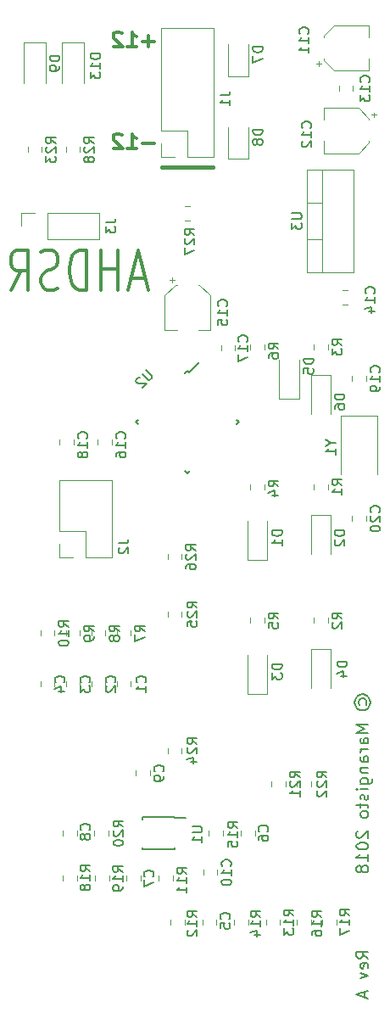
<source format=gbr>
G04 #@! TF.GenerationSoftware,KiCad,Pcbnew,(5.0.0)*
G04 #@! TF.CreationDate,2018-08-19T12:52:33+08:00*
G04 #@! TF.ProjectId,Envelope,456E76656C6F70652E6B696361645F70,rev?*
G04 #@! TF.SameCoordinates,Original*
G04 #@! TF.FileFunction,Legend,Bot*
G04 #@! TF.FilePolarity,Positive*
%FSLAX46Y46*%
G04 Gerber Fmt 4.6, Leading zero omitted, Abs format (unit mm)*
G04 Created by KiCad (PCBNEW (5.0.0)) date 08/19/18 12:52:33*
%MOMM*%
%LPD*%
G01*
G04 APERTURE LIST*
%ADD10C,0.200000*%
%ADD11C,0.300000*%
%ADD12C,0.400000*%
%ADD13C,0.120000*%
%ADD14C,0.150000*%
G04 APERTURE END LIST*
D10*
X144408571Y-116602857D02*
X144351428Y-116488571D01*
X144351428Y-116260000D01*
X144408571Y-116145714D01*
X144522857Y-116031428D01*
X144637142Y-115974285D01*
X144865714Y-115974285D01*
X144980000Y-116031428D01*
X145094285Y-116145714D01*
X145151428Y-116260000D01*
X145151428Y-116488571D01*
X145094285Y-116602857D01*
X143951428Y-116374285D02*
X144008571Y-116088571D01*
X144180000Y-115802857D01*
X144465714Y-115631428D01*
X144751428Y-115574285D01*
X145037142Y-115631428D01*
X145322857Y-115802857D01*
X145494285Y-116088571D01*
X145551428Y-116374285D01*
X145494285Y-116660000D01*
X145322857Y-116945714D01*
X145037142Y-117117142D01*
X144751428Y-117174285D01*
X144465714Y-117117142D01*
X144180000Y-116945714D01*
X144008571Y-116660000D01*
X143951428Y-116374285D01*
X145322857Y-118602857D02*
X144122857Y-118602857D01*
X144980000Y-119002857D01*
X144122857Y-119402857D01*
X145322857Y-119402857D01*
X145322857Y-120488571D02*
X144694285Y-120488571D01*
X144580000Y-120431428D01*
X144522857Y-120317142D01*
X144522857Y-120088571D01*
X144580000Y-119974285D01*
X145265714Y-120488571D02*
X145322857Y-120374285D01*
X145322857Y-120088571D01*
X145265714Y-119974285D01*
X145151428Y-119917142D01*
X145037142Y-119917142D01*
X144922857Y-119974285D01*
X144865714Y-120088571D01*
X144865714Y-120374285D01*
X144808571Y-120488571D01*
X145322857Y-121060000D02*
X144522857Y-121060000D01*
X144751428Y-121060000D02*
X144637142Y-121117142D01*
X144580000Y-121174285D01*
X144522857Y-121288571D01*
X144522857Y-121402857D01*
X145322857Y-122317142D02*
X144694285Y-122317142D01*
X144580000Y-122260000D01*
X144522857Y-122145714D01*
X144522857Y-121917142D01*
X144580000Y-121802857D01*
X145265714Y-122317142D02*
X145322857Y-122202857D01*
X145322857Y-121917142D01*
X145265714Y-121802857D01*
X145151428Y-121745714D01*
X145037142Y-121745714D01*
X144922857Y-121802857D01*
X144865714Y-121917142D01*
X144865714Y-122202857D01*
X144808571Y-122317142D01*
X144522857Y-122888571D02*
X145322857Y-122888571D01*
X144637142Y-122888571D02*
X144580000Y-122945714D01*
X144522857Y-123060000D01*
X144522857Y-123231428D01*
X144580000Y-123345714D01*
X144694285Y-123402857D01*
X145322857Y-123402857D01*
X144522857Y-124488571D02*
X145494285Y-124488571D01*
X145608571Y-124431428D01*
X145665714Y-124374285D01*
X145722857Y-124260000D01*
X145722857Y-124088571D01*
X145665714Y-123974285D01*
X145265714Y-124488571D02*
X145322857Y-124374285D01*
X145322857Y-124145714D01*
X145265714Y-124031428D01*
X145208571Y-123974285D01*
X145094285Y-123917142D01*
X144751428Y-123917142D01*
X144637142Y-123974285D01*
X144580000Y-124031428D01*
X144522857Y-124145714D01*
X144522857Y-124374285D01*
X144580000Y-124488571D01*
X145322857Y-125060000D02*
X144522857Y-125060000D01*
X144122857Y-125060000D02*
X144180000Y-125002857D01*
X144237142Y-125060000D01*
X144180000Y-125117142D01*
X144122857Y-125060000D01*
X144237142Y-125060000D01*
X145265714Y-125574285D02*
X145322857Y-125688571D01*
X145322857Y-125917142D01*
X145265714Y-126031428D01*
X145151428Y-126088571D01*
X145094285Y-126088571D01*
X144980000Y-126031428D01*
X144922857Y-125917142D01*
X144922857Y-125745714D01*
X144865714Y-125631428D01*
X144751428Y-125574285D01*
X144694285Y-125574285D01*
X144580000Y-125631428D01*
X144522857Y-125745714D01*
X144522857Y-125917142D01*
X144580000Y-126031428D01*
X144522857Y-126431428D02*
X144522857Y-126888571D01*
X144122857Y-126602857D02*
X145151428Y-126602857D01*
X145265714Y-126660000D01*
X145322857Y-126774285D01*
X145322857Y-126888571D01*
X145322857Y-127460000D02*
X145265714Y-127345714D01*
X145208571Y-127288571D01*
X145094285Y-127231428D01*
X144751428Y-127231428D01*
X144637142Y-127288571D01*
X144580000Y-127345714D01*
X144522857Y-127460000D01*
X144522857Y-127631428D01*
X144580000Y-127745714D01*
X144637142Y-127802857D01*
X144751428Y-127860000D01*
X145094285Y-127860000D01*
X145208571Y-127802857D01*
X145265714Y-127745714D01*
X145322857Y-127631428D01*
X145322857Y-127460000D01*
X144237142Y-129231428D02*
X144180000Y-129288571D01*
X144122857Y-129402857D01*
X144122857Y-129688571D01*
X144180000Y-129802857D01*
X144237142Y-129860000D01*
X144351428Y-129917142D01*
X144465714Y-129917142D01*
X144637142Y-129860000D01*
X145322857Y-129174285D01*
X145322857Y-129917142D01*
X144122857Y-130660000D02*
X144122857Y-130774285D01*
X144180000Y-130888571D01*
X144237142Y-130945714D01*
X144351428Y-131002857D01*
X144580000Y-131060000D01*
X144865714Y-131060000D01*
X145094285Y-131002857D01*
X145208571Y-130945714D01*
X145265714Y-130888571D01*
X145322857Y-130774285D01*
X145322857Y-130660000D01*
X145265714Y-130545714D01*
X145208571Y-130488571D01*
X145094285Y-130431428D01*
X144865714Y-130374285D01*
X144580000Y-130374285D01*
X144351428Y-130431428D01*
X144237142Y-130488571D01*
X144180000Y-130545714D01*
X144122857Y-130660000D01*
X145322857Y-132202857D02*
X145322857Y-131517142D01*
X145322857Y-131860000D02*
X144122857Y-131860000D01*
X144294285Y-131745714D01*
X144408571Y-131631428D01*
X144465714Y-131517142D01*
X144637142Y-132888571D02*
X144580000Y-132774285D01*
X144522857Y-132717142D01*
X144408571Y-132660000D01*
X144351428Y-132660000D01*
X144237142Y-132717142D01*
X144180000Y-132774285D01*
X144122857Y-132888571D01*
X144122857Y-133117142D01*
X144180000Y-133231428D01*
X144237142Y-133288571D01*
X144351428Y-133345714D01*
X144408571Y-133345714D01*
X144522857Y-133288571D01*
X144580000Y-133231428D01*
X144637142Y-133117142D01*
X144637142Y-132888571D01*
X144694285Y-132774285D01*
X144751428Y-132717142D01*
X144865714Y-132660000D01*
X145094285Y-132660000D01*
X145208571Y-132717142D01*
X145265714Y-132774285D01*
X145322857Y-132888571D01*
X145322857Y-133117142D01*
X145265714Y-133231428D01*
X145208571Y-133288571D01*
X145094285Y-133345714D01*
X144865714Y-133345714D01*
X144751428Y-133288571D01*
X144694285Y-133231428D01*
X144637142Y-133117142D01*
X145322857Y-141938571D02*
X144751428Y-141538571D01*
X145322857Y-141252857D02*
X144122857Y-141252857D01*
X144122857Y-141710000D01*
X144180000Y-141824285D01*
X144237142Y-141881428D01*
X144351428Y-141938571D01*
X144522857Y-141938571D01*
X144637142Y-141881428D01*
X144694285Y-141824285D01*
X144751428Y-141710000D01*
X144751428Y-141252857D01*
X145265714Y-142910000D02*
X145322857Y-142795714D01*
X145322857Y-142567142D01*
X145265714Y-142452857D01*
X145151428Y-142395714D01*
X144694285Y-142395714D01*
X144580000Y-142452857D01*
X144522857Y-142567142D01*
X144522857Y-142795714D01*
X144580000Y-142910000D01*
X144694285Y-142967142D01*
X144808571Y-142967142D01*
X144922857Y-142395714D01*
X144522857Y-143367142D02*
X145322857Y-143652857D01*
X144522857Y-143938571D01*
X144980000Y-145252857D02*
X144980000Y-145824285D01*
X145322857Y-145138571D02*
X144122857Y-145538571D01*
X145322857Y-145938571D01*
D11*
X123046285Y-74072666D02*
X121617714Y-74072666D01*
X123332000Y-75215523D02*
X122332000Y-71215523D01*
X121332000Y-75215523D01*
X120332000Y-75215523D02*
X120332000Y-71215523D01*
X120332000Y-73120285D02*
X118617714Y-73120285D01*
X118617714Y-75215523D02*
X118617714Y-71215523D01*
X117189142Y-75215523D02*
X117189142Y-71215523D01*
X116474857Y-71215523D01*
X116046285Y-71406000D01*
X115760571Y-71786952D01*
X115617714Y-72167904D01*
X115474857Y-72929809D01*
X115474857Y-73501238D01*
X115617714Y-74263142D01*
X115760571Y-74644095D01*
X116046285Y-75025047D01*
X116474857Y-75215523D01*
X117189142Y-75215523D01*
X114332000Y-75025047D02*
X113903428Y-75215523D01*
X113189142Y-75215523D01*
X112903428Y-75025047D01*
X112760571Y-74834571D01*
X112617714Y-74453619D01*
X112617714Y-74072666D01*
X112760571Y-73691714D01*
X112903428Y-73501238D01*
X113189142Y-73310761D01*
X113760571Y-73120285D01*
X114046285Y-72929809D01*
X114189142Y-72739333D01*
X114332000Y-72358380D01*
X114332000Y-71977428D01*
X114189142Y-71596476D01*
X114046285Y-71406000D01*
X113760571Y-71215523D01*
X113046285Y-71215523D01*
X112617714Y-71406000D01*
X109617714Y-75215523D02*
X110617714Y-73310761D01*
X111332000Y-75215523D02*
X111332000Y-71215523D01*
X110189142Y-71215523D01*
X109903428Y-71406000D01*
X109760571Y-71596476D01*
X109617714Y-71977428D01*
X109617714Y-72548857D01*
X109760571Y-72929809D01*
X109903428Y-73120285D01*
X110189142Y-73310761D01*
X111332000Y-73310761D01*
D12*
X129794000Y-62992000D02*
X124714000Y-62992000D01*
D11*
X123920000Y-60559142D02*
X122777142Y-60559142D01*
X121277142Y-61130571D02*
X122134285Y-61130571D01*
X121705714Y-61130571D02*
X121705714Y-59630571D01*
X121848571Y-59844857D01*
X121991428Y-59987714D01*
X122134285Y-60059142D01*
X120705714Y-59773428D02*
X120634285Y-59702000D01*
X120491428Y-59630571D01*
X120134285Y-59630571D01*
X119991428Y-59702000D01*
X119920000Y-59773428D01*
X119848571Y-59916285D01*
X119848571Y-60059142D01*
X119920000Y-60273428D01*
X120777142Y-61130571D01*
X119848571Y-61130571D01*
X123920000Y-50399142D02*
X122777142Y-50399142D01*
X123348571Y-50970571D02*
X123348571Y-49827714D01*
X121277142Y-50970571D02*
X122134285Y-50970571D01*
X121705714Y-50970571D02*
X121705714Y-49470571D01*
X121848571Y-49684857D01*
X121991428Y-49827714D01*
X122134285Y-49899142D01*
X120705714Y-49613428D02*
X120634285Y-49542000D01*
X120491428Y-49470571D01*
X120134285Y-49470571D01*
X119991428Y-49542000D01*
X119920000Y-49613428D01*
X119848571Y-49756285D01*
X119848571Y-49899142D01*
X119920000Y-50113428D01*
X120777142Y-50970571D01*
X119848571Y-50970571D01*
D13*
G04 #@! TO.C,J3*
X118424000Y-67504000D02*
X118424000Y-70164000D01*
X113284000Y-67504000D02*
X118424000Y-67504000D01*
X113284000Y-70164000D02*
X118424000Y-70164000D01*
X113284000Y-67504000D02*
X113284000Y-70164000D01*
X112014000Y-67504000D02*
X110684000Y-67504000D01*
X110684000Y-67504000D02*
X110684000Y-68834000D01*
G04 #@! TO.C,Y1*
X146199000Y-87732000D02*
X146199000Y-93632000D01*
X142599000Y-87732000D02*
X146199000Y-87732000D01*
X142599000Y-93632000D02*
X142599000Y-87732000D01*
G04 #@! TO.C,C19*
X143689000Y-83815422D02*
X143689000Y-84332578D01*
X145109000Y-83815422D02*
X145109000Y-84332578D01*
G04 #@! TO.C,C18*
X115899000Y-90165422D02*
X115899000Y-90682578D01*
X114479000Y-90165422D02*
X114479000Y-90682578D01*
G04 #@! TO.C,C17*
X132028000Y-81284578D02*
X132028000Y-80767422D01*
X130608000Y-81284578D02*
X130608000Y-80767422D01*
G04 #@! TO.C,C16*
X119709000Y-90165422D02*
X119709000Y-90682578D01*
X118289000Y-90165422D02*
X118289000Y-90682578D01*
G04 #@! TO.C,C20*
X145109000Y-98302578D02*
X145109000Y-97785422D01*
X143689000Y-98302578D02*
X143689000Y-97785422D01*
G04 #@! TO.C,J2*
X114494000Y-94174000D02*
X119694000Y-94174000D01*
X114494000Y-99314000D02*
X114494000Y-94174000D01*
X119694000Y-101914000D02*
X119694000Y-94174000D01*
X114494000Y-99314000D02*
X117094000Y-99314000D01*
X117094000Y-99314000D02*
X117094000Y-101914000D01*
X117094000Y-101914000D02*
X119694000Y-101914000D01*
X114494000Y-100584000D02*
X114494000Y-101914000D01*
X114494000Y-101914000D02*
X115824000Y-101914000D01*
G04 #@! TO.C,D13*
X114739000Y-54559000D02*
X114739000Y-50474000D01*
X114739000Y-50474000D02*
X116909000Y-50474000D01*
X116909000Y-50474000D02*
X116909000Y-54559000D01*
G04 #@! TO.C,R27*
X126995422Y-68274000D02*
X127512578Y-68274000D01*
X126995422Y-66854000D02*
X127512578Y-66854000D01*
G04 #@! TO.C,R28*
X115114000Y-61472578D02*
X115114000Y-60955422D01*
X116534000Y-61472578D02*
X116534000Y-60955422D01*
G04 #@! TO.C,R26*
X126694000Y-102112578D02*
X126694000Y-101595422D01*
X125274000Y-102112578D02*
X125274000Y-101595422D01*
G04 #@! TO.C,R25*
X126694000Y-107310422D02*
X126694000Y-107827578D01*
X125274000Y-107310422D02*
X125274000Y-107827578D01*
G04 #@! TO.C,R24*
X125274000Y-120947922D02*
X125274000Y-121465078D01*
X126694000Y-120947922D02*
X126694000Y-121465078D01*
G04 #@! TO.C,R23*
X112724000Y-61472578D02*
X112724000Y-60955422D01*
X111304000Y-61472578D02*
X111304000Y-60955422D01*
G04 #@! TO.C,R22*
X139624750Y-124246200D02*
X139624750Y-124763356D01*
X138204750Y-124246200D02*
X138204750Y-124763356D01*
G04 #@! TO.C,R21*
X137084750Y-124763356D02*
X137084750Y-124246200D01*
X135664750Y-124763356D02*
X135664750Y-124246200D01*
G04 #@! TO.C,R20*
X119384000Y-129167422D02*
X119384000Y-129684578D01*
X117964000Y-129167422D02*
X117964000Y-129684578D01*
G04 #@! TO.C,R19*
X119423000Y-134188578D02*
X119423000Y-133671422D01*
X118003000Y-134188578D02*
X118003000Y-133671422D01*
G04 #@! TO.C,R18*
X116248000Y-133671422D02*
X116248000Y-134188578D01*
X114828000Y-133671422D02*
X114828000Y-134188578D01*
G04 #@! TO.C,R17*
X140704000Y-138025422D02*
X140704000Y-138542578D01*
X142124000Y-138025422D02*
X142124000Y-138542578D01*
G04 #@! TO.C,R16*
X138164000Y-138542578D02*
X138164000Y-138025422D01*
X139584000Y-138542578D02*
X139584000Y-138025422D01*
G04 #@! TO.C,R15*
X129394000Y-129167422D02*
X129394000Y-129684578D01*
X130814000Y-129167422D02*
X130814000Y-129684578D01*
G04 #@! TO.C,R14*
X131914000Y-138557578D02*
X131914000Y-138040422D01*
X133334000Y-138557578D02*
X133334000Y-138040422D01*
G04 #@! TO.C,R13*
X135089000Y-138040422D02*
X135089000Y-138557578D01*
X136509000Y-138040422D02*
X136509000Y-138557578D01*
G04 #@! TO.C,R11*
X125773000Y-133671422D02*
X125773000Y-134188578D01*
X124353000Y-133671422D02*
X124353000Y-134188578D01*
G04 #@! TO.C,R10*
X113994000Y-109732578D02*
X113994000Y-109215422D01*
X112574000Y-109732578D02*
X112574000Y-109215422D01*
G04 #@! TO.C,R9*
X115114000Y-109732578D02*
X115114000Y-109215422D01*
X116534000Y-109732578D02*
X116534000Y-109215422D01*
G04 #@! TO.C,R8*
X119074000Y-109732578D02*
X119074000Y-109215422D01*
X117654000Y-109732578D02*
X117654000Y-109215422D01*
G04 #@! TO.C,R7*
X120194000Y-109732578D02*
X120194000Y-109215422D01*
X121614000Y-109732578D02*
X121614000Y-109215422D01*
G04 #@! TO.C,R6*
X133529000Y-80640422D02*
X133529000Y-81157578D01*
X134949000Y-80640422D02*
X134949000Y-81157578D01*
G04 #@! TO.C,R5*
X134949000Y-107945422D02*
X134949000Y-108462578D01*
X133529000Y-107945422D02*
X133529000Y-108462578D01*
G04 #@! TO.C,R4*
X133529000Y-94610422D02*
X133529000Y-95127578D01*
X134949000Y-94610422D02*
X134949000Y-95127578D01*
G04 #@! TO.C,R3*
X139879000Y-81157578D02*
X139879000Y-80640422D01*
X141299000Y-81157578D02*
X141299000Y-80640422D01*
G04 #@! TO.C,R2*
X141299000Y-108462578D02*
X141299000Y-107945422D01*
X139879000Y-108462578D02*
X139879000Y-107945422D01*
G04 #@! TO.C,R1*
X139879000Y-95127578D02*
X139879000Y-94610422D01*
X141299000Y-95127578D02*
X141299000Y-94610422D01*
G04 #@! TO.C,R12*
X125564000Y-138040422D02*
X125564000Y-138557578D01*
X126984000Y-138040422D02*
X126984000Y-138557578D01*
G04 #@! TO.C,C15*
X129514000Y-79222000D02*
X128314000Y-79222000D01*
X124994000Y-79222000D02*
X126194000Y-79222000D01*
X124994000Y-75766437D02*
X124994000Y-79222000D01*
X129514000Y-75766437D02*
X129514000Y-79222000D01*
X128449563Y-74702000D02*
X128314000Y-74702000D01*
X126058437Y-74702000D02*
X126194000Y-74702000D01*
X126058437Y-74702000D02*
X124994000Y-75766437D01*
X128449563Y-74702000D02*
X129514000Y-75766437D01*
X125694000Y-73962000D02*
X125694000Y-74462000D01*
X125444000Y-74212000D02*
X125944000Y-74212000D01*
G04 #@! TO.C,C12*
X145879000Y-57499000D02*
X145879000Y-57999000D01*
X146129000Y-57749000D02*
X145629000Y-57749000D01*
X145389000Y-60504563D02*
X144324563Y-61569000D01*
X145389000Y-58113437D02*
X144324563Y-57049000D01*
X145389000Y-58113437D02*
X145389000Y-58249000D01*
X145389000Y-60504563D02*
X145389000Y-60369000D01*
X144324563Y-61569000D02*
X140869000Y-61569000D01*
X144324563Y-57049000D02*
X140869000Y-57049000D01*
X140869000Y-57049000D02*
X140869000Y-58249000D01*
X140869000Y-61569000D02*
X140869000Y-60369000D01*
G04 #@! TO.C,C11*
X145389000Y-48794000D02*
X145389000Y-49994000D01*
X145389000Y-53314000D02*
X145389000Y-52114000D01*
X141933437Y-53314000D02*
X145389000Y-53314000D01*
X141933437Y-48794000D02*
X145389000Y-48794000D01*
X140869000Y-49858437D02*
X140869000Y-49994000D01*
X140869000Y-52249563D02*
X140869000Y-52114000D01*
X140869000Y-52249563D02*
X141933437Y-53314000D01*
X140869000Y-49858437D02*
X141933437Y-48794000D01*
X140129000Y-52614000D02*
X140629000Y-52614000D01*
X140379000Y-52864000D02*
X140379000Y-52364000D01*
G04 #@! TO.C,C7*
X122598000Y-133671422D02*
X122598000Y-134188578D01*
X121178000Y-133671422D02*
X121178000Y-134188578D01*
G04 #@! TO.C,C14*
X143260578Y-75236000D02*
X142743422Y-75236000D01*
X143260578Y-76656000D02*
X142743422Y-76656000D01*
G04 #@! TO.C,C13*
X143790500Y-54859422D02*
X143790500Y-55376578D01*
X142370500Y-54859422D02*
X142370500Y-55376578D01*
G04 #@! TO.C,C10*
X130250000Y-133608578D02*
X130250000Y-133091422D01*
X128830000Y-133608578D02*
X128830000Y-133091422D01*
G04 #@! TO.C,C9*
X122099000Y-123702578D02*
X122099000Y-123185422D01*
X123519000Y-123702578D02*
X123519000Y-123185422D01*
G04 #@! TO.C,C8*
X116209000Y-129167422D02*
X116209000Y-129684578D01*
X114789000Y-129167422D02*
X114789000Y-129684578D01*
G04 #@! TO.C,C5*
X130159000Y-138040422D02*
X130159000Y-138557578D01*
X128739000Y-138040422D02*
X128739000Y-138557578D01*
G04 #@! TO.C,C4*
X112574000Y-114295422D02*
X112574000Y-114812578D01*
X113994000Y-114295422D02*
X113994000Y-114812578D01*
G04 #@! TO.C,C3*
X116534000Y-114295422D02*
X116534000Y-114812578D01*
X115114000Y-114295422D02*
X115114000Y-114812578D01*
G04 #@! TO.C,C2*
X117654000Y-114295422D02*
X117654000Y-114812578D01*
X119074000Y-114295422D02*
X119074000Y-114812578D01*
G04 #@! TO.C,C1*
X121614000Y-114295422D02*
X121614000Y-114812578D01*
X120194000Y-114295422D02*
X120194000Y-114812578D01*
G04 #@! TO.C,C6*
X132569000Y-129167422D02*
X132569000Y-129684578D01*
X133989000Y-129167422D02*
X133989000Y-129684578D01*
G04 #@! TO.C,J1*
X124654000Y-49089000D02*
X129854000Y-49089000D01*
X124654000Y-59309000D02*
X124654000Y-49089000D01*
X129854000Y-61909000D02*
X129854000Y-49089000D01*
X124654000Y-59309000D02*
X127254000Y-59309000D01*
X127254000Y-59309000D02*
X127254000Y-61909000D01*
X127254000Y-61909000D02*
X129854000Y-61909000D01*
X124654000Y-60579000D02*
X124654000Y-61909000D01*
X124654000Y-61909000D02*
X125984000Y-61909000D01*
G04 #@! TO.C,D8*
X131334000Y-62144000D02*
X133334000Y-62144000D01*
X131334000Y-62144000D02*
X131334000Y-58944000D01*
X133334000Y-58944000D02*
X133334000Y-62144000D01*
G04 #@! TO.C,D7*
X133334000Y-50689000D02*
X133334000Y-53889000D01*
X131334000Y-53889000D02*
X131334000Y-50689000D01*
X131334000Y-53889000D02*
X133334000Y-53889000D01*
G04 #@! TO.C,D6*
X139589000Y-83729000D02*
X139589000Y-87629000D01*
X141589000Y-83729000D02*
X141589000Y-87629000D01*
X139589000Y-83729000D02*
X141589000Y-83729000D01*
G04 #@! TO.C,D5*
X138414000Y-86070000D02*
X136414000Y-86070000D01*
X136414000Y-86070000D02*
X136414000Y-82170000D01*
X138414000Y-86070000D02*
X138414000Y-82170000D01*
G04 #@! TO.C,D4*
X139589000Y-111034000D02*
X139589000Y-114934000D01*
X141589000Y-111034000D02*
X141589000Y-114934000D01*
X139589000Y-111034000D02*
X141589000Y-111034000D01*
G04 #@! TO.C,D3*
X135239000Y-115534000D02*
X133239000Y-115534000D01*
X133239000Y-115534000D02*
X133239000Y-111634000D01*
X135239000Y-115534000D02*
X135239000Y-111634000D01*
G04 #@! TO.C,D1*
X135239000Y-102199000D02*
X135239000Y-98299000D01*
X133239000Y-102199000D02*
X133239000Y-98299000D01*
X135239000Y-102199000D02*
X133239000Y-102199000D01*
G04 #@! TO.C,D2*
X139589000Y-97699000D02*
X141589000Y-97699000D01*
X141589000Y-97699000D02*
X141589000Y-101599000D01*
X139589000Y-97699000D02*
X139589000Y-101599000D01*
G04 #@! TO.C,D9*
X113099000Y-50474000D02*
X113099000Y-54559000D01*
X110929000Y-50474000D02*
X113099000Y-50474000D01*
X110929000Y-54559000D02*
X110929000Y-50474000D01*
G04 #@! TO.C,U3*
X139224000Y-63206000D02*
X139224000Y-73446000D01*
X143865000Y-63206000D02*
X143865000Y-73446000D01*
X139224000Y-63206000D02*
X143865000Y-63206000D01*
X139224000Y-73446000D02*
X143865000Y-73446000D01*
X140734000Y-63206000D02*
X140734000Y-73446000D01*
X139224000Y-66476000D02*
X140734000Y-66476000D01*
X139224000Y-70177000D02*
X140734000Y-70177000D01*
D14*
G04 #@! TO.C,U2*
X127254000Y-83265476D02*
X127413099Y-83424575D01*
X122127476Y-88392000D02*
X122357286Y-88621810D01*
X127254000Y-93518524D02*
X127024190Y-93288714D01*
X132380524Y-88392000D02*
X132150714Y-88162190D01*
X127254000Y-83265476D02*
X127024190Y-83495286D01*
X132380524Y-88392000D02*
X132150714Y-88621810D01*
X127254000Y-93518524D02*
X127483810Y-93288714D01*
X122127476Y-88392000D02*
X122357286Y-88162190D01*
X127413099Y-83424575D02*
X128420726Y-82416948D01*
G04 #@! TO.C,U1*
X126014000Y-127801000D02*
X126014000Y-127926000D01*
X122764000Y-127801000D02*
X122764000Y-128026000D01*
X122764000Y-131051000D02*
X122764000Y-130826000D01*
X126014000Y-131051000D02*
X126014000Y-130826000D01*
X126014000Y-127801000D02*
X122764000Y-127801000D01*
X126014000Y-131051000D02*
X122764000Y-131051000D01*
X126014000Y-127926000D02*
X127089000Y-127926000D01*
G04 #@! TO.C,J3*
X119086380Y-68500666D02*
X119800666Y-68500666D01*
X119943523Y-68453047D01*
X120038761Y-68357809D01*
X120086380Y-68214952D01*
X120086380Y-68119714D01*
X119086380Y-68881619D02*
X119086380Y-69500666D01*
X119467333Y-69167333D01*
X119467333Y-69310190D01*
X119514952Y-69405428D01*
X119562571Y-69453047D01*
X119657809Y-69500666D01*
X119895904Y-69500666D01*
X119991142Y-69453047D01*
X120038761Y-69405428D01*
X120086380Y-69310190D01*
X120086380Y-69024476D01*
X120038761Y-68929238D01*
X119991142Y-68881619D01*
G04 #@! TO.C,Y1*
X141575190Y-90455809D02*
X142051380Y-90455809D01*
X141051380Y-90122476D02*
X141575190Y-90455809D01*
X141051380Y-90789142D01*
X142051380Y-91646285D02*
X142051380Y-91074857D01*
X142051380Y-91360571D02*
X141051380Y-91360571D01*
X141194238Y-91265333D01*
X141289476Y-91170095D01*
X141337095Y-91074857D01*
G04 #@! TO.C,C19*
X146407142Y-83431142D02*
X146454761Y-83383523D01*
X146502380Y-83240666D01*
X146502380Y-83145428D01*
X146454761Y-83002571D01*
X146359523Y-82907333D01*
X146264285Y-82859714D01*
X146073809Y-82812095D01*
X145930952Y-82812095D01*
X145740476Y-82859714D01*
X145645238Y-82907333D01*
X145550000Y-83002571D01*
X145502380Y-83145428D01*
X145502380Y-83240666D01*
X145550000Y-83383523D01*
X145597619Y-83431142D01*
X146502380Y-84383523D02*
X146502380Y-83812095D01*
X146502380Y-84097809D02*
X145502380Y-84097809D01*
X145645238Y-84002571D01*
X145740476Y-83907333D01*
X145788095Y-83812095D01*
X146502380Y-84859714D02*
X146502380Y-85050190D01*
X146454761Y-85145428D01*
X146407142Y-85193047D01*
X146264285Y-85288285D01*
X146073809Y-85335904D01*
X145692857Y-85335904D01*
X145597619Y-85288285D01*
X145550000Y-85240666D01*
X145502380Y-85145428D01*
X145502380Y-84954952D01*
X145550000Y-84859714D01*
X145597619Y-84812095D01*
X145692857Y-84764476D01*
X145930952Y-84764476D01*
X146026190Y-84812095D01*
X146073809Y-84859714D01*
X146121428Y-84954952D01*
X146121428Y-85145428D01*
X146073809Y-85240666D01*
X146026190Y-85288285D01*
X145930952Y-85335904D01*
G04 #@! TO.C,C18*
X117197142Y-90035142D02*
X117244761Y-89987523D01*
X117292380Y-89844666D01*
X117292380Y-89749428D01*
X117244761Y-89606571D01*
X117149523Y-89511333D01*
X117054285Y-89463714D01*
X116863809Y-89416095D01*
X116720952Y-89416095D01*
X116530476Y-89463714D01*
X116435238Y-89511333D01*
X116340000Y-89606571D01*
X116292380Y-89749428D01*
X116292380Y-89844666D01*
X116340000Y-89987523D01*
X116387619Y-90035142D01*
X117292380Y-90987523D02*
X117292380Y-90416095D01*
X117292380Y-90701809D02*
X116292380Y-90701809D01*
X116435238Y-90606571D01*
X116530476Y-90511333D01*
X116578095Y-90416095D01*
X116720952Y-91558952D02*
X116673333Y-91463714D01*
X116625714Y-91416095D01*
X116530476Y-91368476D01*
X116482857Y-91368476D01*
X116387619Y-91416095D01*
X116340000Y-91463714D01*
X116292380Y-91558952D01*
X116292380Y-91749428D01*
X116340000Y-91844666D01*
X116387619Y-91892285D01*
X116482857Y-91939904D01*
X116530476Y-91939904D01*
X116625714Y-91892285D01*
X116673333Y-91844666D01*
X116720952Y-91749428D01*
X116720952Y-91558952D01*
X116768571Y-91463714D01*
X116816190Y-91416095D01*
X116911428Y-91368476D01*
X117101904Y-91368476D01*
X117197142Y-91416095D01*
X117244761Y-91463714D01*
X117292380Y-91558952D01*
X117292380Y-91749428D01*
X117244761Y-91844666D01*
X117197142Y-91892285D01*
X117101904Y-91939904D01*
X116911428Y-91939904D01*
X116816190Y-91892285D01*
X116768571Y-91844666D01*
X116720952Y-91749428D01*
G04 #@! TO.C,C17*
X133199142Y-80383142D02*
X133246761Y-80335523D01*
X133294380Y-80192666D01*
X133294380Y-80097428D01*
X133246761Y-79954571D01*
X133151523Y-79859333D01*
X133056285Y-79811714D01*
X132865809Y-79764095D01*
X132722952Y-79764095D01*
X132532476Y-79811714D01*
X132437238Y-79859333D01*
X132342000Y-79954571D01*
X132294380Y-80097428D01*
X132294380Y-80192666D01*
X132342000Y-80335523D01*
X132389619Y-80383142D01*
X133294380Y-81335523D02*
X133294380Y-80764095D01*
X133294380Y-81049809D02*
X132294380Y-81049809D01*
X132437238Y-80954571D01*
X132532476Y-80859333D01*
X132580095Y-80764095D01*
X132294380Y-81668857D02*
X132294380Y-82335523D01*
X133294380Y-81906952D01*
G04 #@! TO.C,C16*
X121007142Y-90035142D02*
X121054761Y-89987523D01*
X121102380Y-89844666D01*
X121102380Y-89749428D01*
X121054761Y-89606571D01*
X120959523Y-89511333D01*
X120864285Y-89463714D01*
X120673809Y-89416095D01*
X120530952Y-89416095D01*
X120340476Y-89463714D01*
X120245238Y-89511333D01*
X120150000Y-89606571D01*
X120102380Y-89749428D01*
X120102380Y-89844666D01*
X120150000Y-89987523D01*
X120197619Y-90035142D01*
X121102380Y-90987523D02*
X121102380Y-90416095D01*
X121102380Y-90701809D02*
X120102380Y-90701809D01*
X120245238Y-90606571D01*
X120340476Y-90511333D01*
X120388095Y-90416095D01*
X120102380Y-91844666D02*
X120102380Y-91654190D01*
X120150000Y-91558952D01*
X120197619Y-91511333D01*
X120340476Y-91416095D01*
X120530952Y-91368476D01*
X120911904Y-91368476D01*
X121007142Y-91416095D01*
X121054761Y-91463714D01*
X121102380Y-91558952D01*
X121102380Y-91749428D01*
X121054761Y-91844666D01*
X121007142Y-91892285D01*
X120911904Y-91939904D01*
X120673809Y-91939904D01*
X120578571Y-91892285D01*
X120530952Y-91844666D01*
X120483333Y-91749428D01*
X120483333Y-91558952D01*
X120530952Y-91463714D01*
X120578571Y-91416095D01*
X120673809Y-91368476D01*
G04 #@! TO.C,C20*
X146406142Y-97401142D02*
X146453761Y-97353523D01*
X146501380Y-97210666D01*
X146501380Y-97115428D01*
X146453761Y-96972571D01*
X146358523Y-96877333D01*
X146263285Y-96829714D01*
X146072809Y-96782095D01*
X145929952Y-96782095D01*
X145739476Y-96829714D01*
X145644238Y-96877333D01*
X145549000Y-96972571D01*
X145501380Y-97115428D01*
X145501380Y-97210666D01*
X145549000Y-97353523D01*
X145596619Y-97401142D01*
X145596619Y-97782095D02*
X145549000Y-97829714D01*
X145501380Y-97924952D01*
X145501380Y-98163047D01*
X145549000Y-98258285D01*
X145596619Y-98305904D01*
X145691857Y-98353523D01*
X145787095Y-98353523D01*
X145929952Y-98305904D01*
X146501380Y-97734476D01*
X146501380Y-98353523D01*
X145501380Y-98972571D02*
X145501380Y-99067809D01*
X145549000Y-99163047D01*
X145596619Y-99210666D01*
X145691857Y-99258285D01*
X145882333Y-99305904D01*
X146120428Y-99305904D01*
X146310904Y-99258285D01*
X146406142Y-99210666D01*
X146453761Y-99163047D01*
X146501380Y-99067809D01*
X146501380Y-98972571D01*
X146453761Y-98877333D01*
X146406142Y-98829714D01*
X146310904Y-98782095D01*
X146120428Y-98734476D01*
X145882333Y-98734476D01*
X145691857Y-98782095D01*
X145596619Y-98829714D01*
X145549000Y-98877333D01*
X145501380Y-98972571D01*
G04 #@! TO.C,J2*
X120356380Y-100504666D02*
X121070666Y-100504666D01*
X121213523Y-100457047D01*
X121308761Y-100361809D01*
X121356380Y-100218952D01*
X121356380Y-100123714D01*
X120451619Y-100933238D02*
X120404000Y-100980857D01*
X120356380Y-101076095D01*
X120356380Y-101314190D01*
X120404000Y-101409428D01*
X120451619Y-101457047D01*
X120546857Y-101504666D01*
X120642095Y-101504666D01*
X120784952Y-101457047D01*
X121356380Y-100885619D01*
X121356380Y-101504666D01*
G04 #@! TO.C,D13*
X118562380Y-51617714D02*
X117562380Y-51617714D01*
X117562380Y-51855809D01*
X117610000Y-51998666D01*
X117705238Y-52093904D01*
X117800476Y-52141523D01*
X117990952Y-52189142D01*
X118133809Y-52189142D01*
X118324285Y-52141523D01*
X118419523Y-52093904D01*
X118514761Y-51998666D01*
X118562380Y-51855809D01*
X118562380Y-51617714D01*
X118562380Y-53141523D02*
X118562380Y-52570095D01*
X118562380Y-52855809D02*
X117562380Y-52855809D01*
X117705238Y-52760571D01*
X117800476Y-52665333D01*
X117848095Y-52570095D01*
X117562380Y-53474857D02*
X117562380Y-54093904D01*
X117943333Y-53760571D01*
X117943333Y-53903428D01*
X117990952Y-53998666D01*
X118038571Y-54046285D01*
X118133809Y-54093904D01*
X118371904Y-54093904D01*
X118467142Y-54046285D01*
X118514761Y-53998666D01*
X118562380Y-53903428D01*
X118562380Y-53617714D01*
X118514761Y-53522476D01*
X118467142Y-53474857D01*
G04 #@! TO.C,R27*
X127960380Y-69715142D02*
X127484190Y-69381809D01*
X127960380Y-69143714D02*
X126960380Y-69143714D01*
X126960380Y-69524666D01*
X127008000Y-69619904D01*
X127055619Y-69667523D01*
X127150857Y-69715142D01*
X127293714Y-69715142D01*
X127388952Y-69667523D01*
X127436571Y-69619904D01*
X127484190Y-69524666D01*
X127484190Y-69143714D01*
X127055619Y-70096095D02*
X127008000Y-70143714D01*
X126960380Y-70238952D01*
X126960380Y-70477047D01*
X127008000Y-70572285D01*
X127055619Y-70619904D01*
X127150857Y-70667523D01*
X127246095Y-70667523D01*
X127388952Y-70619904D01*
X127960380Y-70048476D01*
X127960380Y-70667523D01*
X126960380Y-71000857D02*
X126960380Y-71667523D01*
X127960380Y-71238952D01*
G04 #@! TO.C,R28*
X117926380Y-60571142D02*
X117450190Y-60237809D01*
X117926380Y-59999714D02*
X116926380Y-59999714D01*
X116926380Y-60380666D01*
X116974000Y-60475904D01*
X117021619Y-60523523D01*
X117116857Y-60571142D01*
X117259714Y-60571142D01*
X117354952Y-60523523D01*
X117402571Y-60475904D01*
X117450190Y-60380666D01*
X117450190Y-59999714D01*
X117021619Y-60952095D02*
X116974000Y-60999714D01*
X116926380Y-61094952D01*
X116926380Y-61333047D01*
X116974000Y-61428285D01*
X117021619Y-61475904D01*
X117116857Y-61523523D01*
X117212095Y-61523523D01*
X117354952Y-61475904D01*
X117926380Y-60904476D01*
X117926380Y-61523523D01*
X117354952Y-62094952D02*
X117307333Y-61999714D01*
X117259714Y-61952095D01*
X117164476Y-61904476D01*
X117116857Y-61904476D01*
X117021619Y-61952095D01*
X116974000Y-61999714D01*
X116926380Y-62094952D01*
X116926380Y-62285428D01*
X116974000Y-62380666D01*
X117021619Y-62428285D01*
X117116857Y-62475904D01*
X117164476Y-62475904D01*
X117259714Y-62428285D01*
X117307333Y-62380666D01*
X117354952Y-62285428D01*
X117354952Y-62094952D01*
X117402571Y-61999714D01*
X117450190Y-61952095D01*
X117545428Y-61904476D01*
X117735904Y-61904476D01*
X117831142Y-61952095D01*
X117878761Y-61999714D01*
X117926380Y-62094952D01*
X117926380Y-62285428D01*
X117878761Y-62380666D01*
X117831142Y-62428285D01*
X117735904Y-62475904D01*
X117545428Y-62475904D01*
X117450190Y-62428285D01*
X117402571Y-62380666D01*
X117354952Y-62285428D01*
G04 #@! TO.C,R26*
X128086380Y-101211142D02*
X127610190Y-100877809D01*
X128086380Y-100639714D02*
X127086380Y-100639714D01*
X127086380Y-101020666D01*
X127134000Y-101115904D01*
X127181619Y-101163523D01*
X127276857Y-101211142D01*
X127419714Y-101211142D01*
X127514952Y-101163523D01*
X127562571Y-101115904D01*
X127610190Y-101020666D01*
X127610190Y-100639714D01*
X127181619Y-101592095D02*
X127134000Y-101639714D01*
X127086380Y-101734952D01*
X127086380Y-101973047D01*
X127134000Y-102068285D01*
X127181619Y-102115904D01*
X127276857Y-102163523D01*
X127372095Y-102163523D01*
X127514952Y-102115904D01*
X128086380Y-101544476D01*
X128086380Y-102163523D01*
X127086380Y-103020666D02*
X127086380Y-102830190D01*
X127134000Y-102734952D01*
X127181619Y-102687333D01*
X127324476Y-102592095D01*
X127514952Y-102544476D01*
X127895904Y-102544476D01*
X127991142Y-102592095D01*
X128038761Y-102639714D01*
X128086380Y-102734952D01*
X128086380Y-102925428D01*
X128038761Y-103020666D01*
X127991142Y-103068285D01*
X127895904Y-103115904D01*
X127657809Y-103115904D01*
X127562571Y-103068285D01*
X127514952Y-103020666D01*
X127467333Y-102925428D01*
X127467333Y-102734952D01*
X127514952Y-102639714D01*
X127562571Y-102592095D01*
X127657809Y-102544476D01*
G04 #@! TO.C,R25*
X128214380Y-106926142D02*
X127738190Y-106592809D01*
X128214380Y-106354714D02*
X127214380Y-106354714D01*
X127214380Y-106735666D01*
X127262000Y-106830904D01*
X127309619Y-106878523D01*
X127404857Y-106926142D01*
X127547714Y-106926142D01*
X127642952Y-106878523D01*
X127690571Y-106830904D01*
X127738190Y-106735666D01*
X127738190Y-106354714D01*
X127309619Y-107307095D02*
X127262000Y-107354714D01*
X127214380Y-107449952D01*
X127214380Y-107688047D01*
X127262000Y-107783285D01*
X127309619Y-107830904D01*
X127404857Y-107878523D01*
X127500095Y-107878523D01*
X127642952Y-107830904D01*
X128214380Y-107259476D01*
X128214380Y-107878523D01*
X127214380Y-108783285D02*
X127214380Y-108307095D01*
X127690571Y-108259476D01*
X127642952Y-108307095D01*
X127595333Y-108402333D01*
X127595333Y-108640428D01*
X127642952Y-108735666D01*
X127690571Y-108783285D01*
X127785809Y-108830904D01*
X128023904Y-108830904D01*
X128119142Y-108783285D01*
X128166761Y-108735666D01*
X128214380Y-108640428D01*
X128214380Y-108402333D01*
X128166761Y-108307095D01*
X128119142Y-108259476D01*
G04 #@! TO.C,R24*
X128214380Y-120515142D02*
X127738190Y-120181809D01*
X128214380Y-119943714D02*
X127214380Y-119943714D01*
X127214380Y-120324666D01*
X127262000Y-120419904D01*
X127309619Y-120467523D01*
X127404857Y-120515142D01*
X127547714Y-120515142D01*
X127642952Y-120467523D01*
X127690571Y-120419904D01*
X127738190Y-120324666D01*
X127738190Y-119943714D01*
X127309619Y-120896095D02*
X127262000Y-120943714D01*
X127214380Y-121038952D01*
X127214380Y-121277047D01*
X127262000Y-121372285D01*
X127309619Y-121419904D01*
X127404857Y-121467523D01*
X127500095Y-121467523D01*
X127642952Y-121419904D01*
X128214380Y-120848476D01*
X128214380Y-121467523D01*
X127547714Y-122324666D02*
X128214380Y-122324666D01*
X127166761Y-122086571D02*
X127881047Y-121848476D01*
X127881047Y-122467523D01*
G04 #@! TO.C,R23*
X114116380Y-60571142D02*
X113640190Y-60237809D01*
X114116380Y-59999714D02*
X113116380Y-59999714D01*
X113116380Y-60380666D01*
X113164000Y-60475904D01*
X113211619Y-60523523D01*
X113306857Y-60571142D01*
X113449714Y-60571142D01*
X113544952Y-60523523D01*
X113592571Y-60475904D01*
X113640190Y-60380666D01*
X113640190Y-59999714D01*
X113211619Y-60952095D02*
X113164000Y-60999714D01*
X113116380Y-61094952D01*
X113116380Y-61333047D01*
X113164000Y-61428285D01*
X113211619Y-61475904D01*
X113306857Y-61523523D01*
X113402095Y-61523523D01*
X113544952Y-61475904D01*
X114116380Y-60904476D01*
X114116380Y-61523523D01*
X113116380Y-61856857D02*
X113116380Y-62475904D01*
X113497333Y-62142571D01*
X113497333Y-62285428D01*
X113544952Y-62380666D01*
X113592571Y-62428285D01*
X113687809Y-62475904D01*
X113925904Y-62475904D01*
X114021142Y-62428285D01*
X114068761Y-62380666D01*
X114116380Y-62285428D01*
X114116380Y-61999714D01*
X114068761Y-61904476D01*
X114021142Y-61856857D01*
G04 #@! TO.C,R22*
X141168380Y-123861920D02*
X140692190Y-123528587D01*
X141168380Y-123290492D02*
X140168380Y-123290492D01*
X140168380Y-123671444D01*
X140216000Y-123766682D01*
X140263619Y-123814301D01*
X140358857Y-123861920D01*
X140501714Y-123861920D01*
X140596952Y-123814301D01*
X140644571Y-123766682D01*
X140692190Y-123671444D01*
X140692190Y-123290492D01*
X140263619Y-124242873D02*
X140216000Y-124290492D01*
X140168380Y-124385730D01*
X140168380Y-124623825D01*
X140216000Y-124719063D01*
X140263619Y-124766682D01*
X140358857Y-124814301D01*
X140454095Y-124814301D01*
X140596952Y-124766682D01*
X141168380Y-124195254D01*
X141168380Y-124814301D01*
X140263619Y-125195254D02*
X140216000Y-125242873D01*
X140168380Y-125338111D01*
X140168380Y-125576206D01*
X140216000Y-125671444D01*
X140263619Y-125719063D01*
X140358857Y-125766682D01*
X140454095Y-125766682D01*
X140596952Y-125719063D01*
X141168380Y-125147635D01*
X141168380Y-125766682D01*
G04 #@! TO.C,R21*
X138477130Y-123861920D02*
X138000940Y-123528587D01*
X138477130Y-123290492D02*
X137477130Y-123290492D01*
X137477130Y-123671444D01*
X137524750Y-123766682D01*
X137572369Y-123814301D01*
X137667607Y-123861920D01*
X137810464Y-123861920D01*
X137905702Y-123814301D01*
X137953321Y-123766682D01*
X138000940Y-123671444D01*
X138000940Y-123290492D01*
X137572369Y-124242873D02*
X137524750Y-124290492D01*
X137477130Y-124385730D01*
X137477130Y-124623825D01*
X137524750Y-124719063D01*
X137572369Y-124766682D01*
X137667607Y-124814301D01*
X137762845Y-124814301D01*
X137905702Y-124766682D01*
X138477130Y-124195254D01*
X138477130Y-124814301D01*
X138477130Y-125766682D02*
X138477130Y-125195254D01*
X138477130Y-125480968D02*
X137477130Y-125480968D01*
X137619988Y-125385730D01*
X137715226Y-125290492D01*
X137762845Y-125195254D01*
G04 #@! TO.C,R20*
X120848380Y-128783142D02*
X120372190Y-128449809D01*
X120848380Y-128211714D02*
X119848380Y-128211714D01*
X119848380Y-128592666D01*
X119896000Y-128687904D01*
X119943619Y-128735523D01*
X120038857Y-128783142D01*
X120181714Y-128783142D01*
X120276952Y-128735523D01*
X120324571Y-128687904D01*
X120372190Y-128592666D01*
X120372190Y-128211714D01*
X119943619Y-129164095D02*
X119896000Y-129211714D01*
X119848380Y-129306952D01*
X119848380Y-129545047D01*
X119896000Y-129640285D01*
X119943619Y-129687904D01*
X120038857Y-129735523D01*
X120134095Y-129735523D01*
X120276952Y-129687904D01*
X120848380Y-129116476D01*
X120848380Y-129735523D01*
X119848380Y-130354571D02*
X119848380Y-130449809D01*
X119896000Y-130545047D01*
X119943619Y-130592666D01*
X120038857Y-130640285D01*
X120229333Y-130687904D01*
X120467428Y-130687904D01*
X120657904Y-130640285D01*
X120753142Y-130592666D01*
X120800761Y-130545047D01*
X120848380Y-130449809D01*
X120848380Y-130354571D01*
X120800761Y-130259333D01*
X120753142Y-130211714D01*
X120657904Y-130164095D01*
X120467428Y-130116476D01*
X120229333Y-130116476D01*
X120038857Y-130164095D01*
X119943619Y-130211714D01*
X119896000Y-130259333D01*
X119848380Y-130354571D01*
G04 #@! TO.C,R19*
X120815380Y-133287142D02*
X120339190Y-132953809D01*
X120815380Y-132715714D02*
X119815380Y-132715714D01*
X119815380Y-133096666D01*
X119863000Y-133191904D01*
X119910619Y-133239523D01*
X120005857Y-133287142D01*
X120148714Y-133287142D01*
X120243952Y-133239523D01*
X120291571Y-133191904D01*
X120339190Y-133096666D01*
X120339190Y-132715714D01*
X120815380Y-134239523D02*
X120815380Y-133668095D01*
X120815380Y-133953809D02*
X119815380Y-133953809D01*
X119958238Y-133858571D01*
X120053476Y-133763333D01*
X120101095Y-133668095D01*
X120815380Y-134715714D02*
X120815380Y-134906190D01*
X120767761Y-135001428D01*
X120720142Y-135049047D01*
X120577285Y-135144285D01*
X120386809Y-135191904D01*
X120005857Y-135191904D01*
X119910619Y-135144285D01*
X119863000Y-135096666D01*
X119815380Y-135001428D01*
X119815380Y-134810952D01*
X119863000Y-134715714D01*
X119910619Y-134668095D01*
X120005857Y-134620476D01*
X120243952Y-134620476D01*
X120339190Y-134668095D01*
X120386809Y-134715714D01*
X120434428Y-134810952D01*
X120434428Y-135001428D01*
X120386809Y-135096666D01*
X120339190Y-135144285D01*
X120243952Y-135191904D01*
G04 #@! TO.C,R18*
X117546380Y-133215142D02*
X117070190Y-132881809D01*
X117546380Y-132643714D02*
X116546380Y-132643714D01*
X116546380Y-133024666D01*
X116594000Y-133119904D01*
X116641619Y-133167523D01*
X116736857Y-133215142D01*
X116879714Y-133215142D01*
X116974952Y-133167523D01*
X117022571Y-133119904D01*
X117070190Y-133024666D01*
X117070190Y-132643714D01*
X117546380Y-134167523D02*
X117546380Y-133596095D01*
X117546380Y-133881809D02*
X116546380Y-133881809D01*
X116689238Y-133786571D01*
X116784476Y-133691333D01*
X116832095Y-133596095D01*
X116974952Y-134738952D02*
X116927333Y-134643714D01*
X116879714Y-134596095D01*
X116784476Y-134548476D01*
X116736857Y-134548476D01*
X116641619Y-134596095D01*
X116594000Y-134643714D01*
X116546380Y-134738952D01*
X116546380Y-134929428D01*
X116594000Y-135024666D01*
X116641619Y-135072285D01*
X116736857Y-135119904D01*
X116784476Y-135119904D01*
X116879714Y-135072285D01*
X116927333Y-135024666D01*
X116974952Y-134929428D01*
X116974952Y-134738952D01*
X117022571Y-134643714D01*
X117070190Y-134596095D01*
X117165428Y-134548476D01*
X117355904Y-134548476D01*
X117451142Y-134596095D01*
X117498761Y-134643714D01*
X117546380Y-134738952D01*
X117546380Y-134929428D01*
X117498761Y-135024666D01*
X117451142Y-135072285D01*
X117355904Y-135119904D01*
X117165428Y-135119904D01*
X117070190Y-135072285D01*
X117022571Y-135024666D01*
X116974952Y-134929428D01*
G04 #@! TO.C,R17*
X143454380Y-137641142D02*
X142978190Y-137307809D01*
X143454380Y-137069714D02*
X142454380Y-137069714D01*
X142454380Y-137450666D01*
X142502000Y-137545904D01*
X142549619Y-137593523D01*
X142644857Y-137641142D01*
X142787714Y-137641142D01*
X142882952Y-137593523D01*
X142930571Y-137545904D01*
X142978190Y-137450666D01*
X142978190Y-137069714D01*
X143454380Y-138593523D02*
X143454380Y-138022095D01*
X143454380Y-138307809D02*
X142454380Y-138307809D01*
X142597238Y-138212571D01*
X142692476Y-138117333D01*
X142740095Y-138022095D01*
X142454380Y-138926857D02*
X142454380Y-139593523D01*
X143454380Y-139164952D01*
G04 #@! TO.C,R16*
X140660380Y-137787142D02*
X140184190Y-137453809D01*
X140660380Y-137215714D02*
X139660380Y-137215714D01*
X139660380Y-137596666D01*
X139708000Y-137691904D01*
X139755619Y-137739523D01*
X139850857Y-137787142D01*
X139993714Y-137787142D01*
X140088952Y-137739523D01*
X140136571Y-137691904D01*
X140184190Y-137596666D01*
X140184190Y-137215714D01*
X140660380Y-138739523D02*
X140660380Y-138168095D01*
X140660380Y-138453809D02*
X139660380Y-138453809D01*
X139803238Y-138358571D01*
X139898476Y-138263333D01*
X139946095Y-138168095D01*
X139660380Y-139596666D02*
X139660380Y-139406190D01*
X139708000Y-139310952D01*
X139755619Y-139263333D01*
X139898476Y-139168095D01*
X140088952Y-139120476D01*
X140469904Y-139120476D01*
X140565142Y-139168095D01*
X140612761Y-139215714D01*
X140660380Y-139310952D01*
X140660380Y-139501428D01*
X140612761Y-139596666D01*
X140565142Y-139644285D01*
X140469904Y-139691904D01*
X140231809Y-139691904D01*
X140136571Y-139644285D01*
X140088952Y-139596666D01*
X140041333Y-139501428D01*
X140041333Y-139310952D01*
X140088952Y-139215714D01*
X140136571Y-139168095D01*
X140231809Y-139120476D01*
G04 #@! TO.C,R15*
X132278380Y-128897142D02*
X131802190Y-128563809D01*
X132278380Y-128325714D02*
X131278380Y-128325714D01*
X131278380Y-128706666D01*
X131326000Y-128801904D01*
X131373619Y-128849523D01*
X131468857Y-128897142D01*
X131611714Y-128897142D01*
X131706952Y-128849523D01*
X131754571Y-128801904D01*
X131802190Y-128706666D01*
X131802190Y-128325714D01*
X132278380Y-129849523D02*
X132278380Y-129278095D01*
X132278380Y-129563809D02*
X131278380Y-129563809D01*
X131421238Y-129468571D01*
X131516476Y-129373333D01*
X131564095Y-129278095D01*
X131278380Y-130754285D02*
X131278380Y-130278095D01*
X131754571Y-130230476D01*
X131706952Y-130278095D01*
X131659333Y-130373333D01*
X131659333Y-130611428D01*
X131706952Y-130706666D01*
X131754571Y-130754285D01*
X131849809Y-130801904D01*
X132087904Y-130801904D01*
X132183142Y-130754285D01*
X132230761Y-130706666D01*
X132278380Y-130611428D01*
X132278380Y-130373333D01*
X132230761Y-130278095D01*
X132183142Y-130230476D01*
G04 #@! TO.C,R14*
X134564380Y-137787142D02*
X134088190Y-137453809D01*
X134564380Y-137215714D02*
X133564380Y-137215714D01*
X133564380Y-137596666D01*
X133612000Y-137691904D01*
X133659619Y-137739523D01*
X133754857Y-137787142D01*
X133897714Y-137787142D01*
X133992952Y-137739523D01*
X134040571Y-137691904D01*
X134088190Y-137596666D01*
X134088190Y-137215714D01*
X134564380Y-138739523D02*
X134564380Y-138168095D01*
X134564380Y-138453809D02*
X133564380Y-138453809D01*
X133707238Y-138358571D01*
X133802476Y-138263333D01*
X133850095Y-138168095D01*
X133897714Y-139596666D02*
X134564380Y-139596666D01*
X133516761Y-139358571D02*
X134231047Y-139120476D01*
X134231047Y-139739523D01*
G04 #@! TO.C,R13*
X137866380Y-137656142D02*
X137390190Y-137322809D01*
X137866380Y-137084714D02*
X136866380Y-137084714D01*
X136866380Y-137465666D01*
X136914000Y-137560904D01*
X136961619Y-137608523D01*
X137056857Y-137656142D01*
X137199714Y-137656142D01*
X137294952Y-137608523D01*
X137342571Y-137560904D01*
X137390190Y-137465666D01*
X137390190Y-137084714D01*
X137866380Y-138608523D02*
X137866380Y-138037095D01*
X137866380Y-138322809D02*
X136866380Y-138322809D01*
X137009238Y-138227571D01*
X137104476Y-138132333D01*
X137152095Y-138037095D01*
X136866380Y-138941857D02*
X136866380Y-139560904D01*
X137247333Y-139227571D01*
X137247333Y-139370428D01*
X137294952Y-139465666D01*
X137342571Y-139513285D01*
X137437809Y-139560904D01*
X137675904Y-139560904D01*
X137771142Y-139513285D01*
X137818761Y-139465666D01*
X137866380Y-139370428D01*
X137866380Y-139084714D01*
X137818761Y-138989476D01*
X137771142Y-138941857D01*
G04 #@! TO.C,R11*
X127198380Y-133469142D02*
X126722190Y-133135809D01*
X127198380Y-132897714D02*
X126198380Y-132897714D01*
X126198380Y-133278666D01*
X126246000Y-133373904D01*
X126293619Y-133421523D01*
X126388857Y-133469142D01*
X126531714Y-133469142D01*
X126626952Y-133421523D01*
X126674571Y-133373904D01*
X126722190Y-133278666D01*
X126722190Y-132897714D01*
X127198380Y-134421523D02*
X127198380Y-133850095D01*
X127198380Y-134135809D02*
X126198380Y-134135809D01*
X126341238Y-134040571D01*
X126436476Y-133945333D01*
X126484095Y-133850095D01*
X127198380Y-135373904D02*
X127198380Y-134802476D01*
X127198380Y-135088190D02*
X126198380Y-135088190D01*
X126341238Y-134992952D01*
X126436476Y-134897714D01*
X126484095Y-134802476D01*
G04 #@! TO.C,R10*
X115386380Y-108831142D02*
X114910190Y-108497809D01*
X115386380Y-108259714D02*
X114386380Y-108259714D01*
X114386380Y-108640666D01*
X114434000Y-108735904D01*
X114481619Y-108783523D01*
X114576857Y-108831142D01*
X114719714Y-108831142D01*
X114814952Y-108783523D01*
X114862571Y-108735904D01*
X114910190Y-108640666D01*
X114910190Y-108259714D01*
X115386380Y-109783523D02*
X115386380Y-109212095D01*
X115386380Y-109497809D02*
X114386380Y-109497809D01*
X114529238Y-109402571D01*
X114624476Y-109307333D01*
X114672095Y-109212095D01*
X114386380Y-110402571D02*
X114386380Y-110497809D01*
X114434000Y-110593047D01*
X114481619Y-110640666D01*
X114576857Y-110688285D01*
X114767333Y-110735904D01*
X115005428Y-110735904D01*
X115195904Y-110688285D01*
X115291142Y-110640666D01*
X115338761Y-110593047D01*
X115386380Y-110497809D01*
X115386380Y-110402571D01*
X115338761Y-110307333D01*
X115291142Y-110259714D01*
X115195904Y-110212095D01*
X115005428Y-110164476D01*
X114767333Y-110164476D01*
X114576857Y-110212095D01*
X114481619Y-110259714D01*
X114434000Y-110307333D01*
X114386380Y-110402571D01*
G04 #@! TO.C,R9*
X117926380Y-109307333D02*
X117450190Y-108974000D01*
X117926380Y-108735904D02*
X116926380Y-108735904D01*
X116926380Y-109116857D01*
X116974000Y-109212095D01*
X117021619Y-109259714D01*
X117116857Y-109307333D01*
X117259714Y-109307333D01*
X117354952Y-109259714D01*
X117402571Y-109212095D01*
X117450190Y-109116857D01*
X117450190Y-108735904D01*
X117926380Y-109783523D02*
X117926380Y-109974000D01*
X117878761Y-110069238D01*
X117831142Y-110116857D01*
X117688285Y-110212095D01*
X117497809Y-110259714D01*
X117116857Y-110259714D01*
X117021619Y-110212095D01*
X116974000Y-110164476D01*
X116926380Y-110069238D01*
X116926380Y-109878761D01*
X116974000Y-109783523D01*
X117021619Y-109735904D01*
X117116857Y-109688285D01*
X117354952Y-109688285D01*
X117450190Y-109735904D01*
X117497809Y-109783523D01*
X117545428Y-109878761D01*
X117545428Y-110069238D01*
X117497809Y-110164476D01*
X117450190Y-110212095D01*
X117354952Y-110259714D01*
G04 #@! TO.C,R8*
X120466380Y-109307333D02*
X119990190Y-108974000D01*
X120466380Y-108735904D02*
X119466380Y-108735904D01*
X119466380Y-109116857D01*
X119514000Y-109212095D01*
X119561619Y-109259714D01*
X119656857Y-109307333D01*
X119799714Y-109307333D01*
X119894952Y-109259714D01*
X119942571Y-109212095D01*
X119990190Y-109116857D01*
X119990190Y-108735904D01*
X119894952Y-109878761D02*
X119847333Y-109783523D01*
X119799714Y-109735904D01*
X119704476Y-109688285D01*
X119656857Y-109688285D01*
X119561619Y-109735904D01*
X119514000Y-109783523D01*
X119466380Y-109878761D01*
X119466380Y-110069238D01*
X119514000Y-110164476D01*
X119561619Y-110212095D01*
X119656857Y-110259714D01*
X119704476Y-110259714D01*
X119799714Y-110212095D01*
X119847333Y-110164476D01*
X119894952Y-110069238D01*
X119894952Y-109878761D01*
X119942571Y-109783523D01*
X119990190Y-109735904D01*
X120085428Y-109688285D01*
X120275904Y-109688285D01*
X120371142Y-109735904D01*
X120418761Y-109783523D01*
X120466380Y-109878761D01*
X120466380Y-110069238D01*
X120418761Y-110164476D01*
X120371142Y-110212095D01*
X120275904Y-110259714D01*
X120085428Y-110259714D01*
X119990190Y-110212095D01*
X119942571Y-110164476D01*
X119894952Y-110069238D01*
G04 #@! TO.C,R7*
X123006380Y-109307333D02*
X122530190Y-108974000D01*
X123006380Y-108735904D02*
X122006380Y-108735904D01*
X122006380Y-109116857D01*
X122054000Y-109212095D01*
X122101619Y-109259714D01*
X122196857Y-109307333D01*
X122339714Y-109307333D01*
X122434952Y-109259714D01*
X122482571Y-109212095D01*
X122530190Y-109116857D01*
X122530190Y-108735904D01*
X122006380Y-109640666D02*
X122006380Y-110307333D01*
X123006380Y-109878761D01*
G04 #@! TO.C,R6*
X136342380Y-81113333D02*
X135866190Y-80780000D01*
X136342380Y-80541904D02*
X135342380Y-80541904D01*
X135342380Y-80922857D01*
X135390000Y-81018095D01*
X135437619Y-81065714D01*
X135532857Y-81113333D01*
X135675714Y-81113333D01*
X135770952Y-81065714D01*
X135818571Y-81018095D01*
X135866190Y-80922857D01*
X135866190Y-80541904D01*
X135342380Y-81970476D02*
X135342380Y-81780000D01*
X135390000Y-81684761D01*
X135437619Y-81637142D01*
X135580476Y-81541904D01*
X135770952Y-81494285D01*
X136151904Y-81494285D01*
X136247142Y-81541904D01*
X136294761Y-81589523D01*
X136342380Y-81684761D01*
X136342380Y-81875238D01*
X136294761Y-81970476D01*
X136247142Y-82018095D01*
X136151904Y-82065714D01*
X135913809Y-82065714D01*
X135818571Y-82018095D01*
X135770952Y-81970476D01*
X135723333Y-81875238D01*
X135723333Y-81684761D01*
X135770952Y-81589523D01*
X135818571Y-81541904D01*
X135913809Y-81494285D01*
G04 #@! TO.C,R5*
X136342380Y-108037333D02*
X135866190Y-107704000D01*
X136342380Y-107465904D02*
X135342380Y-107465904D01*
X135342380Y-107846857D01*
X135390000Y-107942095D01*
X135437619Y-107989714D01*
X135532857Y-108037333D01*
X135675714Y-108037333D01*
X135770952Y-107989714D01*
X135818571Y-107942095D01*
X135866190Y-107846857D01*
X135866190Y-107465904D01*
X135342380Y-108942095D02*
X135342380Y-108465904D01*
X135818571Y-108418285D01*
X135770952Y-108465904D01*
X135723333Y-108561142D01*
X135723333Y-108799238D01*
X135770952Y-108894476D01*
X135818571Y-108942095D01*
X135913809Y-108989714D01*
X136151904Y-108989714D01*
X136247142Y-108942095D01*
X136294761Y-108894476D01*
X136342380Y-108799238D01*
X136342380Y-108561142D01*
X136294761Y-108465904D01*
X136247142Y-108418285D01*
G04 #@! TO.C,R4*
X136342380Y-94829333D02*
X135866190Y-94496000D01*
X136342380Y-94257904D02*
X135342380Y-94257904D01*
X135342380Y-94638857D01*
X135390000Y-94734095D01*
X135437619Y-94781714D01*
X135532857Y-94829333D01*
X135675714Y-94829333D01*
X135770952Y-94781714D01*
X135818571Y-94734095D01*
X135866190Y-94638857D01*
X135866190Y-94257904D01*
X135675714Y-95686476D02*
X136342380Y-95686476D01*
X135294761Y-95448380D02*
X136009047Y-95210285D01*
X136009047Y-95829333D01*
G04 #@! TO.C,R3*
X142691380Y-80732333D02*
X142215190Y-80399000D01*
X142691380Y-80160904D02*
X141691380Y-80160904D01*
X141691380Y-80541857D01*
X141739000Y-80637095D01*
X141786619Y-80684714D01*
X141881857Y-80732333D01*
X142024714Y-80732333D01*
X142119952Y-80684714D01*
X142167571Y-80637095D01*
X142215190Y-80541857D01*
X142215190Y-80160904D01*
X141691380Y-81065666D02*
X141691380Y-81684714D01*
X142072333Y-81351380D01*
X142072333Y-81494238D01*
X142119952Y-81589476D01*
X142167571Y-81637095D01*
X142262809Y-81684714D01*
X142500904Y-81684714D01*
X142596142Y-81637095D01*
X142643761Y-81589476D01*
X142691380Y-81494238D01*
X142691380Y-81208523D01*
X142643761Y-81113285D01*
X142596142Y-81065666D01*
G04 #@! TO.C,R2*
X142691380Y-108037333D02*
X142215190Y-107704000D01*
X142691380Y-107465904D02*
X141691380Y-107465904D01*
X141691380Y-107846857D01*
X141739000Y-107942095D01*
X141786619Y-107989714D01*
X141881857Y-108037333D01*
X142024714Y-108037333D01*
X142119952Y-107989714D01*
X142167571Y-107942095D01*
X142215190Y-107846857D01*
X142215190Y-107465904D01*
X141786619Y-108418285D02*
X141739000Y-108465904D01*
X141691380Y-108561142D01*
X141691380Y-108799238D01*
X141739000Y-108894476D01*
X141786619Y-108942095D01*
X141881857Y-108989714D01*
X141977095Y-108989714D01*
X142119952Y-108942095D01*
X142691380Y-108370666D01*
X142691380Y-108989714D01*
G04 #@! TO.C,R1*
X142691380Y-94702333D02*
X142215190Y-94369000D01*
X142691380Y-94130904D02*
X141691380Y-94130904D01*
X141691380Y-94511857D01*
X141739000Y-94607095D01*
X141786619Y-94654714D01*
X141881857Y-94702333D01*
X142024714Y-94702333D01*
X142119952Y-94654714D01*
X142167571Y-94607095D01*
X142215190Y-94511857D01*
X142215190Y-94130904D01*
X142691380Y-95654714D02*
X142691380Y-95083285D01*
X142691380Y-95369000D02*
X141691380Y-95369000D01*
X141834238Y-95273761D01*
X141929476Y-95178523D01*
X141977095Y-95083285D01*
G04 #@! TO.C,R12*
X128214380Y-137787142D02*
X127738190Y-137453809D01*
X128214380Y-137215714D02*
X127214380Y-137215714D01*
X127214380Y-137596666D01*
X127262000Y-137691904D01*
X127309619Y-137739523D01*
X127404857Y-137787142D01*
X127547714Y-137787142D01*
X127642952Y-137739523D01*
X127690571Y-137691904D01*
X127738190Y-137596666D01*
X127738190Y-137215714D01*
X128214380Y-138739523D02*
X128214380Y-138168095D01*
X128214380Y-138453809D02*
X127214380Y-138453809D01*
X127357238Y-138358571D01*
X127452476Y-138263333D01*
X127500095Y-138168095D01*
X127309619Y-139120476D02*
X127262000Y-139168095D01*
X127214380Y-139263333D01*
X127214380Y-139501428D01*
X127262000Y-139596666D01*
X127309619Y-139644285D01*
X127404857Y-139691904D01*
X127500095Y-139691904D01*
X127642952Y-139644285D01*
X128214380Y-139072857D01*
X128214380Y-139691904D01*
G04 #@! TO.C,C15*
X131167142Y-76827142D02*
X131214761Y-76779523D01*
X131262380Y-76636666D01*
X131262380Y-76541428D01*
X131214761Y-76398571D01*
X131119523Y-76303333D01*
X131024285Y-76255714D01*
X130833809Y-76208095D01*
X130690952Y-76208095D01*
X130500476Y-76255714D01*
X130405238Y-76303333D01*
X130310000Y-76398571D01*
X130262380Y-76541428D01*
X130262380Y-76636666D01*
X130310000Y-76779523D01*
X130357619Y-76827142D01*
X131262380Y-77779523D02*
X131262380Y-77208095D01*
X131262380Y-77493809D02*
X130262380Y-77493809D01*
X130405238Y-77398571D01*
X130500476Y-77303333D01*
X130548095Y-77208095D01*
X130262380Y-78684285D02*
X130262380Y-78208095D01*
X130738571Y-78160476D01*
X130690952Y-78208095D01*
X130643333Y-78303333D01*
X130643333Y-78541428D01*
X130690952Y-78636666D01*
X130738571Y-78684285D01*
X130833809Y-78731904D01*
X131071904Y-78731904D01*
X131167142Y-78684285D01*
X131214761Y-78636666D01*
X131262380Y-78541428D01*
X131262380Y-78303333D01*
X131214761Y-78208095D01*
X131167142Y-78160476D01*
G04 #@! TO.C,C12*
X139549142Y-59047142D02*
X139596761Y-58999523D01*
X139644380Y-58856666D01*
X139644380Y-58761428D01*
X139596761Y-58618571D01*
X139501523Y-58523333D01*
X139406285Y-58475714D01*
X139215809Y-58428095D01*
X139072952Y-58428095D01*
X138882476Y-58475714D01*
X138787238Y-58523333D01*
X138692000Y-58618571D01*
X138644380Y-58761428D01*
X138644380Y-58856666D01*
X138692000Y-58999523D01*
X138739619Y-59047142D01*
X139644380Y-59999523D02*
X139644380Y-59428095D01*
X139644380Y-59713809D02*
X138644380Y-59713809D01*
X138787238Y-59618571D01*
X138882476Y-59523333D01*
X138930095Y-59428095D01*
X138739619Y-60380476D02*
X138692000Y-60428095D01*
X138644380Y-60523333D01*
X138644380Y-60761428D01*
X138692000Y-60856666D01*
X138739619Y-60904285D01*
X138834857Y-60951904D01*
X138930095Y-60951904D01*
X139072952Y-60904285D01*
X139644380Y-60332857D01*
X139644380Y-60951904D01*
G04 #@! TO.C,C11*
X139295142Y-49649142D02*
X139342761Y-49601523D01*
X139390380Y-49458666D01*
X139390380Y-49363428D01*
X139342761Y-49220571D01*
X139247523Y-49125333D01*
X139152285Y-49077714D01*
X138961809Y-49030095D01*
X138818952Y-49030095D01*
X138628476Y-49077714D01*
X138533238Y-49125333D01*
X138438000Y-49220571D01*
X138390380Y-49363428D01*
X138390380Y-49458666D01*
X138438000Y-49601523D01*
X138485619Y-49649142D01*
X139390380Y-50601523D02*
X139390380Y-50030095D01*
X139390380Y-50315809D02*
X138390380Y-50315809D01*
X138533238Y-50220571D01*
X138628476Y-50125333D01*
X138676095Y-50030095D01*
X139390380Y-51553904D02*
X139390380Y-50982476D01*
X139390380Y-51268190D02*
X138390380Y-51268190D01*
X138533238Y-51172952D01*
X138628476Y-51077714D01*
X138676095Y-50982476D01*
G04 #@! TO.C,C7*
X123801142Y-133763333D02*
X123848761Y-133715714D01*
X123896380Y-133572857D01*
X123896380Y-133477619D01*
X123848761Y-133334761D01*
X123753523Y-133239523D01*
X123658285Y-133191904D01*
X123467809Y-133144285D01*
X123324952Y-133144285D01*
X123134476Y-133191904D01*
X123039238Y-133239523D01*
X122944000Y-133334761D01*
X122896380Y-133477619D01*
X122896380Y-133572857D01*
X122944000Y-133715714D01*
X122991619Y-133763333D01*
X122896380Y-134096666D02*
X122896380Y-134763333D01*
X123896380Y-134334761D01*
G04 #@! TO.C,C14*
X145899142Y-75557142D02*
X145946761Y-75509523D01*
X145994380Y-75366666D01*
X145994380Y-75271428D01*
X145946761Y-75128571D01*
X145851523Y-75033333D01*
X145756285Y-74985714D01*
X145565809Y-74938095D01*
X145422952Y-74938095D01*
X145232476Y-74985714D01*
X145137238Y-75033333D01*
X145042000Y-75128571D01*
X144994380Y-75271428D01*
X144994380Y-75366666D01*
X145042000Y-75509523D01*
X145089619Y-75557142D01*
X145994380Y-76509523D02*
X145994380Y-75938095D01*
X145994380Y-76223809D02*
X144994380Y-76223809D01*
X145137238Y-76128571D01*
X145232476Y-76033333D01*
X145280095Y-75938095D01*
X145327714Y-77366666D02*
X145994380Y-77366666D01*
X144946761Y-77128571D02*
X145661047Y-76890476D01*
X145661047Y-77509523D01*
G04 #@! TO.C,C13*
X145391142Y-54475142D02*
X145438761Y-54427523D01*
X145486380Y-54284666D01*
X145486380Y-54189428D01*
X145438761Y-54046571D01*
X145343523Y-53951333D01*
X145248285Y-53903714D01*
X145057809Y-53856095D01*
X144914952Y-53856095D01*
X144724476Y-53903714D01*
X144629238Y-53951333D01*
X144534000Y-54046571D01*
X144486380Y-54189428D01*
X144486380Y-54284666D01*
X144534000Y-54427523D01*
X144581619Y-54475142D01*
X145486380Y-55427523D02*
X145486380Y-54856095D01*
X145486380Y-55141809D02*
X144486380Y-55141809D01*
X144629238Y-55046571D01*
X144724476Y-54951333D01*
X144772095Y-54856095D01*
X144486380Y-55760857D02*
X144486380Y-56379904D01*
X144867333Y-56046571D01*
X144867333Y-56189428D01*
X144914952Y-56284666D01*
X144962571Y-56332285D01*
X145057809Y-56379904D01*
X145295904Y-56379904D01*
X145391142Y-56332285D01*
X145438761Y-56284666D01*
X145486380Y-56189428D01*
X145486380Y-55903714D01*
X145438761Y-55808476D01*
X145391142Y-55760857D01*
G04 #@! TO.C,C10*
X131547142Y-132707142D02*
X131594761Y-132659523D01*
X131642380Y-132516666D01*
X131642380Y-132421428D01*
X131594761Y-132278571D01*
X131499523Y-132183333D01*
X131404285Y-132135714D01*
X131213809Y-132088095D01*
X131070952Y-132088095D01*
X130880476Y-132135714D01*
X130785238Y-132183333D01*
X130690000Y-132278571D01*
X130642380Y-132421428D01*
X130642380Y-132516666D01*
X130690000Y-132659523D01*
X130737619Y-132707142D01*
X131642380Y-133659523D02*
X131642380Y-133088095D01*
X131642380Y-133373809D02*
X130642380Y-133373809D01*
X130785238Y-133278571D01*
X130880476Y-133183333D01*
X130928095Y-133088095D01*
X130642380Y-134278571D02*
X130642380Y-134373809D01*
X130690000Y-134469047D01*
X130737619Y-134516666D01*
X130832857Y-134564285D01*
X131023333Y-134611904D01*
X131261428Y-134611904D01*
X131451904Y-134564285D01*
X131547142Y-134516666D01*
X131594761Y-134469047D01*
X131642380Y-134373809D01*
X131642380Y-134278571D01*
X131594761Y-134183333D01*
X131547142Y-134135714D01*
X131451904Y-134088095D01*
X131261428Y-134040476D01*
X131023333Y-134040476D01*
X130832857Y-134088095D01*
X130737619Y-134135714D01*
X130690000Y-134183333D01*
X130642380Y-134278571D01*
G04 #@! TO.C,C9*
X124816142Y-123277333D02*
X124863761Y-123229714D01*
X124911380Y-123086857D01*
X124911380Y-122991619D01*
X124863761Y-122848761D01*
X124768523Y-122753523D01*
X124673285Y-122705904D01*
X124482809Y-122658285D01*
X124339952Y-122658285D01*
X124149476Y-122705904D01*
X124054238Y-122753523D01*
X123959000Y-122848761D01*
X123911380Y-122991619D01*
X123911380Y-123086857D01*
X123959000Y-123229714D01*
X124006619Y-123277333D01*
X124911380Y-123753523D02*
X124911380Y-123944000D01*
X124863761Y-124039238D01*
X124816142Y-124086857D01*
X124673285Y-124182095D01*
X124482809Y-124229714D01*
X124101857Y-124229714D01*
X124006619Y-124182095D01*
X123959000Y-124134476D01*
X123911380Y-124039238D01*
X123911380Y-123848761D01*
X123959000Y-123753523D01*
X124006619Y-123705904D01*
X124101857Y-123658285D01*
X124339952Y-123658285D01*
X124435190Y-123705904D01*
X124482809Y-123753523D01*
X124530428Y-123848761D01*
X124530428Y-124039238D01*
X124482809Y-124134476D01*
X124435190Y-124182095D01*
X124339952Y-124229714D01*
G04 #@! TO.C,C8*
X117451142Y-129119333D02*
X117498761Y-129071714D01*
X117546380Y-128928857D01*
X117546380Y-128833619D01*
X117498761Y-128690761D01*
X117403523Y-128595523D01*
X117308285Y-128547904D01*
X117117809Y-128500285D01*
X116974952Y-128500285D01*
X116784476Y-128547904D01*
X116689238Y-128595523D01*
X116594000Y-128690761D01*
X116546380Y-128833619D01*
X116546380Y-128928857D01*
X116594000Y-129071714D01*
X116641619Y-129119333D01*
X116974952Y-129690761D02*
X116927333Y-129595523D01*
X116879714Y-129547904D01*
X116784476Y-129500285D01*
X116736857Y-129500285D01*
X116641619Y-129547904D01*
X116594000Y-129595523D01*
X116546380Y-129690761D01*
X116546380Y-129881238D01*
X116594000Y-129976476D01*
X116641619Y-130024095D01*
X116736857Y-130071714D01*
X116784476Y-130071714D01*
X116879714Y-130024095D01*
X116927333Y-129976476D01*
X116974952Y-129881238D01*
X116974952Y-129690761D01*
X117022571Y-129595523D01*
X117070190Y-129547904D01*
X117165428Y-129500285D01*
X117355904Y-129500285D01*
X117451142Y-129547904D01*
X117498761Y-129595523D01*
X117546380Y-129690761D01*
X117546380Y-129881238D01*
X117498761Y-129976476D01*
X117451142Y-130024095D01*
X117355904Y-130071714D01*
X117165428Y-130071714D01*
X117070190Y-130024095D01*
X117022571Y-129976476D01*
X116974952Y-129881238D01*
G04 #@! TO.C,C5*
X131421142Y-138009333D02*
X131468761Y-137961714D01*
X131516380Y-137818857D01*
X131516380Y-137723619D01*
X131468761Y-137580761D01*
X131373523Y-137485523D01*
X131278285Y-137437904D01*
X131087809Y-137390285D01*
X130944952Y-137390285D01*
X130754476Y-137437904D01*
X130659238Y-137485523D01*
X130564000Y-137580761D01*
X130516380Y-137723619D01*
X130516380Y-137818857D01*
X130564000Y-137961714D01*
X130611619Y-138009333D01*
X130516380Y-138914095D02*
X130516380Y-138437904D01*
X130992571Y-138390285D01*
X130944952Y-138437904D01*
X130897333Y-138533142D01*
X130897333Y-138771238D01*
X130944952Y-138866476D01*
X130992571Y-138914095D01*
X131087809Y-138961714D01*
X131325904Y-138961714D01*
X131421142Y-138914095D01*
X131468761Y-138866476D01*
X131516380Y-138771238D01*
X131516380Y-138533142D01*
X131468761Y-138437904D01*
X131421142Y-138390285D01*
G04 #@! TO.C,C4*
X114911142Y-114387333D02*
X114958761Y-114339714D01*
X115006380Y-114196857D01*
X115006380Y-114101619D01*
X114958761Y-113958761D01*
X114863523Y-113863523D01*
X114768285Y-113815904D01*
X114577809Y-113768285D01*
X114434952Y-113768285D01*
X114244476Y-113815904D01*
X114149238Y-113863523D01*
X114054000Y-113958761D01*
X114006380Y-114101619D01*
X114006380Y-114196857D01*
X114054000Y-114339714D01*
X114101619Y-114387333D01*
X114339714Y-115244476D02*
X115006380Y-115244476D01*
X113958761Y-115006380D02*
X114673047Y-114768285D01*
X114673047Y-115387333D01*
G04 #@! TO.C,C3*
X117451142Y-114387333D02*
X117498761Y-114339714D01*
X117546380Y-114196857D01*
X117546380Y-114101619D01*
X117498761Y-113958761D01*
X117403523Y-113863523D01*
X117308285Y-113815904D01*
X117117809Y-113768285D01*
X116974952Y-113768285D01*
X116784476Y-113815904D01*
X116689238Y-113863523D01*
X116594000Y-113958761D01*
X116546380Y-114101619D01*
X116546380Y-114196857D01*
X116594000Y-114339714D01*
X116641619Y-114387333D01*
X116546380Y-114720666D02*
X116546380Y-115339714D01*
X116927333Y-115006380D01*
X116927333Y-115149238D01*
X116974952Y-115244476D01*
X117022571Y-115292095D01*
X117117809Y-115339714D01*
X117355904Y-115339714D01*
X117451142Y-115292095D01*
X117498761Y-115244476D01*
X117546380Y-115149238D01*
X117546380Y-114863523D01*
X117498761Y-114768285D01*
X117451142Y-114720666D01*
G04 #@! TO.C,C2*
X119991142Y-114387333D02*
X120038761Y-114339714D01*
X120086380Y-114196857D01*
X120086380Y-114101619D01*
X120038761Y-113958761D01*
X119943523Y-113863523D01*
X119848285Y-113815904D01*
X119657809Y-113768285D01*
X119514952Y-113768285D01*
X119324476Y-113815904D01*
X119229238Y-113863523D01*
X119134000Y-113958761D01*
X119086380Y-114101619D01*
X119086380Y-114196857D01*
X119134000Y-114339714D01*
X119181619Y-114387333D01*
X119181619Y-114768285D02*
X119134000Y-114815904D01*
X119086380Y-114911142D01*
X119086380Y-115149238D01*
X119134000Y-115244476D01*
X119181619Y-115292095D01*
X119276857Y-115339714D01*
X119372095Y-115339714D01*
X119514952Y-115292095D01*
X120086380Y-114720666D01*
X120086380Y-115339714D01*
G04 #@! TO.C,C1*
X123039142Y-114387333D02*
X123086761Y-114339714D01*
X123134380Y-114196857D01*
X123134380Y-114101619D01*
X123086761Y-113958761D01*
X122991523Y-113863523D01*
X122896285Y-113815904D01*
X122705809Y-113768285D01*
X122562952Y-113768285D01*
X122372476Y-113815904D01*
X122277238Y-113863523D01*
X122182000Y-113958761D01*
X122134380Y-114101619D01*
X122134380Y-114196857D01*
X122182000Y-114339714D01*
X122229619Y-114387333D01*
X123134380Y-115339714D02*
X123134380Y-114768285D01*
X123134380Y-115054000D02*
X122134380Y-115054000D01*
X122277238Y-114958761D01*
X122372476Y-114863523D01*
X122420095Y-114768285D01*
G04 #@! TO.C,C6*
X135231142Y-129259333D02*
X135278761Y-129211714D01*
X135326380Y-129068857D01*
X135326380Y-128973619D01*
X135278761Y-128830761D01*
X135183523Y-128735523D01*
X135088285Y-128687904D01*
X134897809Y-128640285D01*
X134754952Y-128640285D01*
X134564476Y-128687904D01*
X134469238Y-128735523D01*
X134374000Y-128830761D01*
X134326380Y-128973619D01*
X134326380Y-129068857D01*
X134374000Y-129211714D01*
X134421619Y-129259333D01*
X134326380Y-130116476D02*
X134326380Y-129926000D01*
X134374000Y-129830761D01*
X134421619Y-129783142D01*
X134564476Y-129687904D01*
X134754952Y-129640285D01*
X135135904Y-129640285D01*
X135231142Y-129687904D01*
X135278761Y-129735523D01*
X135326380Y-129830761D01*
X135326380Y-130021238D01*
X135278761Y-130116476D01*
X135231142Y-130164095D01*
X135135904Y-130211714D01*
X134897809Y-130211714D01*
X134802571Y-130164095D01*
X134754952Y-130116476D01*
X134707333Y-130021238D01*
X134707333Y-129830761D01*
X134754952Y-129735523D01*
X134802571Y-129687904D01*
X134897809Y-129640285D01*
G04 #@! TO.C,J1*
X130516380Y-55800666D02*
X131230666Y-55800666D01*
X131373523Y-55753047D01*
X131468761Y-55657809D01*
X131516380Y-55514952D01*
X131516380Y-55419714D01*
X131516380Y-56800666D02*
X131516380Y-56229238D01*
X131516380Y-56514952D02*
X130516380Y-56514952D01*
X130659238Y-56419714D01*
X130754476Y-56324476D01*
X130802095Y-56229238D01*
G04 #@! TO.C,D8*
X134786380Y-59205904D02*
X133786380Y-59205904D01*
X133786380Y-59444000D01*
X133834000Y-59586857D01*
X133929238Y-59682095D01*
X134024476Y-59729714D01*
X134214952Y-59777333D01*
X134357809Y-59777333D01*
X134548285Y-59729714D01*
X134643523Y-59682095D01*
X134738761Y-59586857D01*
X134786380Y-59444000D01*
X134786380Y-59205904D01*
X134214952Y-60348761D02*
X134167333Y-60253523D01*
X134119714Y-60205904D01*
X134024476Y-60158285D01*
X133976857Y-60158285D01*
X133881619Y-60205904D01*
X133834000Y-60253523D01*
X133786380Y-60348761D01*
X133786380Y-60539238D01*
X133834000Y-60634476D01*
X133881619Y-60682095D01*
X133976857Y-60729714D01*
X134024476Y-60729714D01*
X134119714Y-60682095D01*
X134167333Y-60634476D01*
X134214952Y-60539238D01*
X134214952Y-60348761D01*
X134262571Y-60253523D01*
X134310190Y-60205904D01*
X134405428Y-60158285D01*
X134595904Y-60158285D01*
X134691142Y-60205904D01*
X134738761Y-60253523D01*
X134786380Y-60348761D01*
X134786380Y-60539238D01*
X134738761Y-60634476D01*
X134691142Y-60682095D01*
X134595904Y-60729714D01*
X134405428Y-60729714D01*
X134310190Y-60682095D01*
X134262571Y-60634476D01*
X134214952Y-60539238D01*
G04 #@! TO.C,D7*
X134786380Y-50950904D02*
X133786380Y-50950904D01*
X133786380Y-51189000D01*
X133834000Y-51331857D01*
X133929238Y-51427095D01*
X134024476Y-51474714D01*
X134214952Y-51522333D01*
X134357809Y-51522333D01*
X134548285Y-51474714D01*
X134643523Y-51427095D01*
X134738761Y-51331857D01*
X134786380Y-51189000D01*
X134786380Y-50950904D01*
X133786380Y-51855666D02*
X133786380Y-52522333D01*
X134786380Y-52093761D01*
G04 #@! TO.C,D6*
X142946380Y-85621904D02*
X141946380Y-85621904D01*
X141946380Y-85860000D01*
X141994000Y-86002857D01*
X142089238Y-86098095D01*
X142184476Y-86145714D01*
X142374952Y-86193333D01*
X142517809Y-86193333D01*
X142708285Y-86145714D01*
X142803523Y-86098095D01*
X142898761Y-86002857D01*
X142946380Y-85860000D01*
X142946380Y-85621904D01*
X141946380Y-87050476D02*
X141946380Y-86860000D01*
X141994000Y-86764761D01*
X142041619Y-86717142D01*
X142184476Y-86621904D01*
X142374952Y-86574285D01*
X142755904Y-86574285D01*
X142851142Y-86621904D01*
X142898761Y-86669523D01*
X142946380Y-86764761D01*
X142946380Y-86955238D01*
X142898761Y-87050476D01*
X142851142Y-87098095D01*
X142755904Y-87145714D01*
X142517809Y-87145714D01*
X142422571Y-87098095D01*
X142374952Y-87050476D01*
X142327333Y-86955238D01*
X142327333Y-86764761D01*
X142374952Y-86669523D01*
X142422571Y-86621904D01*
X142517809Y-86574285D01*
G04 #@! TO.C,D5*
X139866380Y-82065904D02*
X138866380Y-82065904D01*
X138866380Y-82304000D01*
X138914000Y-82446857D01*
X139009238Y-82542095D01*
X139104476Y-82589714D01*
X139294952Y-82637333D01*
X139437809Y-82637333D01*
X139628285Y-82589714D01*
X139723523Y-82542095D01*
X139818761Y-82446857D01*
X139866380Y-82304000D01*
X139866380Y-82065904D01*
X138866380Y-83542095D02*
X138866380Y-83065904D01*
X139342571Y-83018285D01*
X139294952Y-83065904D01*
X139247333Y-83161142D01*
X139247333Y-83399238D01*
X139294952Y-83494476D01*
X139342571Y-83542095D01*
X139437809Y-83589714D01*
X139675904Y-83589714D01*
X139771142Y-83542095D01*
X139818761Y-83494476D01*
X139866380Y-83399238D01*
X139866380Y-83161142D01*
X139818761Y-83065904D01*
X139771142Y-83018285D01*
G04 #@! TO.C,D4*
X143200380Y-112291904D02*
X142200380Y-112291904D01*
X142200380Y-112530000D01*
X142248000Y-112672857D01*
X142343238Y-112768095D01*
X142438476Y-112815714D01*
X142628952Y-112863333D01*
X142771809Y-112863333D01*
X142962285Y-112815714D01*
X143057523Y-112768095D01*
X143152761Y-112672857D01*
X143200380Y-112530000D01*
X143200380Y-112291904D01*
X142533714Y-113720476D02*
X143200380Y-113720476D01*
X142152761Y-113482380D02*
X142867047Y-113244285D01*
X142867047Y-113863333D01*
G04 #@! TO.C,D3*
X136691380Y-112545904D02*
X135691380Y-112545904D01*
X135691380Y-112784000D01*
X135739000Y-112926857D01*
X135834238Y-113022095D01*
X135929476Y-113069714D01*
X136119952Y-113117333D01*
X136262809Y-113117333D01*
X136453285Y-113069714D01*
X136548523Y-113022095D01*
X136643761Y-112926857D01*
X136691380Y-112784000D01*
X136691380Y-112545904D01*
X135691380Y-113450666D02*
X135691380Y-114069714D01*
X136072333Y-113736380D01*
X136072333Y-113879238D01*
X136119952Y-113974476D01*
X136167571Y-114022095D01*
X136262809Y-114069714D01*
X136500904Y-114069714D01*
X136596142Y-114022095D01*
X136643761Y-113974476D01*
X136691380Y-113879238D01*
X136691380Y-113593523D01*
X136643761Y-113498285D01*
X136596142Y-113450666D01*
G04 #@! TO.C,D1*
X136691380Y-99210904D02*
X135691380Y-99210904D01*
X135691380Y-99449000D01*
X135739000Y-99591857D01*
X135834238Y-99687095D01*
X135929476Y-99734714D01*
X136119952Y-99782333D01*
X136262809Y-99782333D01*
X136453285Y-99734714D01*
X136548523Y-99687095D01*
X136643761Y-99591857D01*
X136691380Y-99449000D01*
X136691380Y-99210904D01*
X136691380Y-100734714D02*
X136691380Y-100163285D01*
X136691380Y-100449000D02*
X135691380Y-100449000D01*
X135834238Y-100353761D01*
X135929476Y-100258523D01*
X135977095Y-100163285D01*
G04 #@! TO.C,D2*
X142946380Y-99210904D02*
X141946380Y-99210904D01*
X141946380Y-99449000D01*
X141994000Y-99591857D01*
X142089238Y-99687095D01*
X142184476Y-99734714D01*
X142374952Y-99782333D01*
X142517809Y-99782333D01*
X142708285Y-99734714D01*
X142803523Y-99687095D01*
X142898761Y-99591857D01*
X142946380Y-99449000D01*
X142946380Y-99210904D01*
X142041619Y-100163285D02*
X141994000Y-100210904D01*
X141946380Y-100306142D01*
X141946380Y-100544238D01*
X141994000Y-100639476D01*
X142041619Y-100687095D01*
X142136857Y-100734714D01*
X142232095Y-100734714D01*
X142374952Y-100687095D01*
X142946380Y-100115666D01*
X142946380Y-100734714D01*
G04 #@! TO.C,D9*
X114498380Y-51839904D02*
X113498380Y-51839904D01*
X113498380Y-52078000D01*
X113546000Y-52220857D01*
X113641238Y-52316095D01*
X113736476Y-52363714D01*
X113926952Y-52411333D01*
X114069809Y-52411333D01*
X114260285Y-52363714D01*
X114355523Y-52316095D01*
X114450761Y-52220857D01*
X114498380Y-52078000D01*
X114498380Y-51839904D01*
X114498380Y-52887523D02*
X114498380Y-53078000D01*
X114450761Y-53173238D01*
X114403142Y-53220857D01*
X114260285Y-53316095D01*
X114069809Y-53363714D01*
X113688857Y-53363714D01*
X113593619Y-53316095D01*
X113546000Y-53268476D01*
X113498380Y-53173238D01*
X113498380Y-52982761D01*
X113546000Y-52887523D01*
X113593619Y-52839904D01*
X113688857Y-52792285D01*
X113926952Y-52792285D01*
X114022190Y-52839904D01*
X114069809Y-52887523D01*
X114117428Y-52982761D01*
X114117428Y-53173238D01*
X114069809Y-53268476D01*
X114022190Y-53316095D01*
X113926952Y-53363714D01*
G04 #@! TO.C,U3*
X137676380Y-67564095D02*
X138485904Y-67564095D01*
X138581142Y-67611714D01*
X138628761Y-67659333D01*
X138676380Y-67754571D01*
X138676380Y-67945047D01*
X138628761Y-68040285D01*
X138581142Y-68087904D01*
X138485904Y-68135523D01*
X137676380Y-68135523D01*
X137676380Y-68516476D02*
X137676380Y-69135523D01*
X138057333Y-68802190D01*
X138057333Y-68945047D01*
X138104952Y-69040285D01*
X138152571Y-69087904D01*
X138247809Y-69135523D01*
X138485904Y-69135523D01*
X138581142Y-69087904D01*
X138628761Y-69040285D01*
X138676380Y-68945047D01*
X138676380Y-68659333D01*
X138628761Y-68564095D01*
X138581142Y-68516476D01*
G04 #@! TO.C,U2*
X123127526Y-83188030D02*
X123699946Y-83760450D01*
X123733618Y-83861465D01*
X123733618Y-83928809D01*
X123699946Y-84029824D01*
X123565259Y-84164511D01*
X123464244Y-84198183D01*
X123396900Y-84198183D01*
X123295885Y-84164511D01*
X122723465Y-83592091D01*
X122487763Y-83962481D02*
X122420420Y-83962481D01*
X122319404Y-83996152D01*
X122151046Y-84164511D01*
X122117374Y-84265526D01*
X122117374Y-84332870D01*
X122151046Y-84433885D01*
X122218389Y-84501229D01*
X122353076Y-84568572D01*
X123161198Y-84568572D01*
X122723465Y-85006305D01*
G04 #@! TO.C,U1*
X127722380Y-128778095D02*
X128531904Y-128778095D01*
X128627142Y-128825714D01*
X128674761Y-128873333D01*
X128722380Y-128968571D01*
X128722380Y-129159047D01*
X128674761Y-129254285D01*
X128627142Y-129301904D01*
X128531904Y-129349523D01*
X127722380Y-129349523D01*
X128722380Y-130349523D02*
X128722380Y-129778095D01*
X128722380Y-130063809D02*
X127722380Y-130063809D01*
X127865238Y-129968571D01*
X127960476Y-129873333D01*
X128008095Y-129778095D01*
G04 #@! TD*
M02*

</source>
